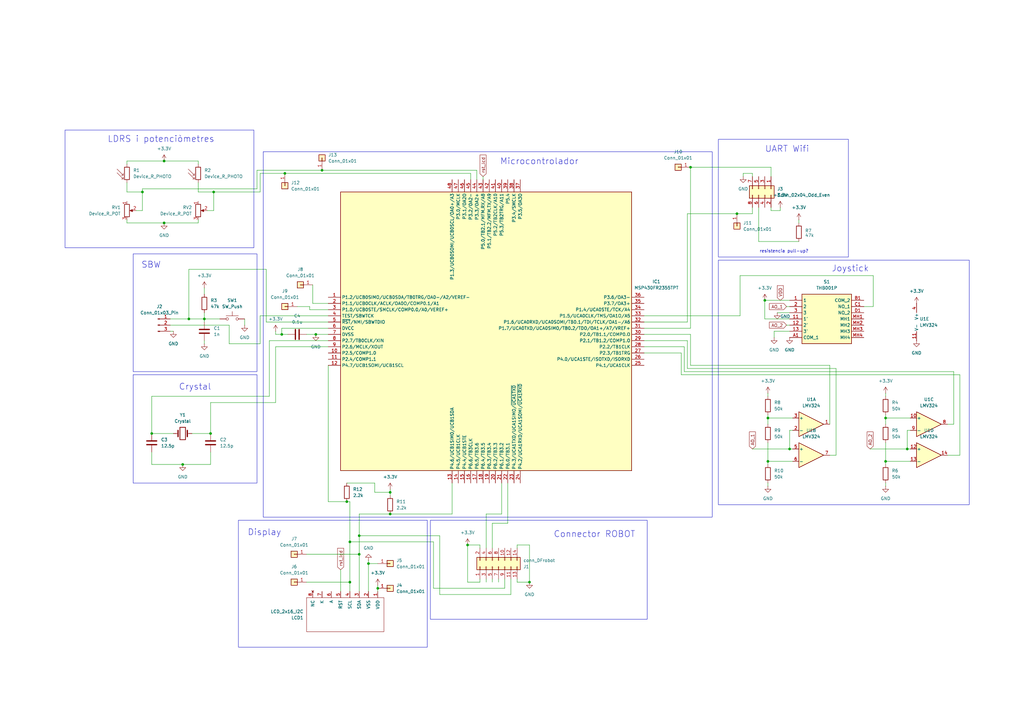
<source format=kicad_sch>
(kicad_sch (version 20250114) (generator "eeschema") (generator_version "9.0")
  (paper "A3")
  (title_block (title "Projecte MiSE") (company "Universitat de Barcelona") (comment 1 "Sergi Marsol Torrent"))
  (lib_symbols
    (symbol "Amplifier_Operational:LMV324" (pin_names (offset 0.127))
      (property "Reference" "U" (at 0 5.08 0))
      (property "Value" "LMV324" (at 0 -5.08 0))
      (symbol "LMV324_1_1"
        (pin input line (at -7.62 2.54 0) (length 2.54) (name "+") (number "3"))
        (pin input line (at -7.62 -2.54 0) (length 2.54) (name "-") (number "2"))
        (pin output line (at 7.62 0 180) (length 2.54) (name "~") (number "1"))
      )
      (symbol "LMV324_2_1"
        (pin input line (at -7.62 2.54 0) (length 2.54) (name "+") (number "5"))
        (pin input line (at -7.62 -2.54 0) (length 2.54) (name "-") (number "6"))
        (pin output line (at 7.62 0 180) (length 2.54) (name "~") (number "7"))
      )
      (symbol "LMV324_3_1"
        (pin input line (at -7.62 2.54 0) (length 2.54) (name "+") (number "10"))
        (pin input line (at -7.62 -2.54 0) (length 2.54) (name "-") (number "9"))
        (pin output line (at 7.62 0 180) (length 2.54) (name "~") (number "8"))
      )
      (symbol "LMV324_4_1"
        (pin input line (at -7.62 2.54 0) (length 2.54) (name "+") (number "12"))
        (pin input line (at -7.62 -2.54 0) (length 2.54) (name "-") (number "13"))
        (pin output line (at 7.62 0 180) (length 2.54) (name "~") (number "14"))
      )
      (symbol "LMV324_5_1"
        (pin power_in line (at -2.54 7.62 270) (length 3.81) (name "V+") (number "4"))
        (pin power_in line (at -2.54 -7.62 90) (length 3.81) (name "V-") (number "11"))
      )
    )
    (symbol "Connector:Conn_01x03_Pin" (pin_names (offset 1.016) (hide yes))
      (property "Reference" "J" (at 0 5.08 0))
      (property "Value" "Conn_01x03_Pin" (at 0 -5.08 0))
      (symbol "Conn_01x03_Pin_1_1"
        (pin passive line (at 5.08 2.54 180) (length 3.81) (name "Pin_1") (number "1"))
        (pin passive line (at 5.08 0 180) (length 3.81) (name "Pin_2") (number "2"))
        (pin passive line (at 5.08 -2.54 180) (length 3.81) (name "Pin_3") (number "3"))
      )
    )
    (symbol "Connector_Generic:Conn_01x01" (pin_names (offset 1.016) (hide yes))
      (property "Reference" "J" (at 0 2.54 0))
      (property "Value" "Conn_01x01" (at 0 -2.54 0))
      (symbol "Conn_01x01_1_1"
        (pin passive line (at -5.08 0 0) (length 3.81) (name "Pin_1") (number "1"))
      )
    )
    (symbol "Connector_Generic:Conn_02x04_Odd_Even" (pin_names (offset 1.016) (hide yes))
      (property "Reference" "J" (at 1.27 5.08 0))
      (property "Value" "Conn_02x04_Odd_Even" (at 1.27 -7.62 0))
      (symbol "Conn_02x04_Odd_Even_1_1"
        (pin passive line (at -5.08 2.54 0) (length 3.81) (name "Pin_1") (number "1"))
        (pin passive line (at -5.08 0 0) (length 3.81) (name "Pin_3") (number "3"))
        (pin passive line (at -5.08 -2.54 0) (length 3.81) (name "Pin_5") (number "5"))
        (pin passive line (at -5.08 -5.08 0) (length 3.81) (name "Pin_7") (number "7"))
        (pin passive line (at 7.62 2.54 180) (length 3.81) (name "Pin_2") (number "2"))
        (pin passive line (at 7.62 0 180) (length 3.81) (name "Pin_4") (number "4"))
        (pin passive line (at 7.62 -2.54 180) (length 3.81) (name "Pin_6") (number "6"))
        (pin passive line (at 7.62 -5.08 180) (length 3.81) (name "Pin_8") (number "8"))
      )
    )
    (symbol "Device:C" (pin_numbers (hide yes)) (pin_names (offset 0.254))
      (property "Reference" "C" (at 0.635 2.54 0))
      (property "Value" "C" (at 0.635 -2.54 0))
      (symbol "C_1_1"
        (pin passive line (at 0 3.81 270) (length 2.794) (name "~") (number "1"))
        (pin passive line (at 0 -3.81 90) (length 2.794) (name "~") (number "2"))
      )
    )
    (symbol "Device:Crystal" (pin_numbers (hide yes)) (pin_names (offset 1.016) (hide yes))
      (property "Reference" "Y" (at 0 3.81 0))
      (property "Value" "Crystal" (at 0 -3.81 0))
      (symbol "Crystal_1_1"
        (pin passive line (at -3.81 0 0) (length 1.27) (name "1") (number "1"))
        (pin passive line (at 3.81 0 180) (length 1.27) (name "2") (number "2"))
      )
    )
    (symbol "Device:R" (pin_numbers (hide yes)) (pin_names (offset 0))
      (property "Reference" "R" (at 2.032 0 90))
      (property "Value" "R" (at 0 0 90))
      (symbol "R_1_1"
        (pin passive line (at 0 3.81 270) (length 1.27) (name "~") (number "1"))
        (pin passive line (at 0 -3.81 90) (length 1.27) (name "~") (number "2"))
      )
    )
    (symbol "MiSE:LCD_2x16_I2C" (pin_names (offset 1.016))
      (property "Reference" "LCD" (at 2.54 -7.62 0))
      (property "Value" "LCD_2x16_I2C" (at 2.54 -11.43 0))
      (symbol "LCD_2x16_I2C_1_1"
        (pin power_in line (at -10.16 -22.86 90) (length 2.54) (name "VDD") (number "1"))
        (pin power_in line (at -6.35 -22.86 90) (length 2.54) (name "VSS") (number "2"))
        (pin bidirectional line (at -2.54 -22.86 90) (length 2.54) (name "SDA") (number "3"))
        (pin input line (at 1.27 -22.86 90) (length 2.54) (name "SCL") (number "4"))
        (pin input line (at 5.08 -22.86 90) (length 2.54) (name "RST") (number "5"))
        (pin power_in line (at 8.89 -22.86 90) (length 2.54) (name "A") (number "6"))
        (pin power_in line (at 12.7 -22.86 90) (length 2.54) (name "K") (number "7"))
        (pin no_connect line (at 16.51 -22.86 90) (length 2.54) (name "NC") (number "8"))
      )
    )
    (symbol "MiSE:MSP430FR2355TPT"
      (property "Reference" "IC" (at 125.73 48.26 0))
      (property "Value" "MSP430FR2355TPT" (at 125.73 45.72 0))
      (symbol "MSP430FR2355TPT_1_1"
        (pin passive line (at 0 0 0) (length 5.08) (name "P1.2/UCB0SIMO/UCB0SDA/TB0TRG/OA0-/A2/VEREF-") (number "1"))
        (pin passive line (at 0 -2.54 0) (length 5.08) (name "P1.1/UCB0CLK/ACLK/OA0O/COMP0.1/A1") (number "2"))
        (pin passive line (at 0 -5.08 0) (length 5.08) (name "P1.0/UCB0STE/SMCLK/COMP0.0/A0/VEREF+") (number "3"))
        (pin passive line (at 0 -7.62 0) (length 5.08) (name "TEST/SBWTCK") (number "4"))
        (pin passive line (at 0 -10.16 0) (length 5.08) (name "~{RST}/NMI/SBWTDIO") (number "5"))
        (pin passive line (at 0 -12.7 0) (length 5.08) (name "DVCC") (number "6"))
        (pin passive line (at 0 -15.24 0) (length 5.08) (name "DVSS") (number "7"))
        (pin passive line (at 0 -17.78 0) (length 5.08) (name "P2.7/TB0CLK/XIN") (number "8"))
        (pin passive line (at 0 -20.32 0) (length 5.08) (name "P2.6/MCLK/XOUT") (number "9"))
        (pin passive line (at 0 -22.86 0) (length 5.08) (name "P2.5/COMP1.0") (number "10"))
        (pin passive line (at 0 -25.4 0) (length 5.08) (name "P2.4/COMP1.1") (number "11"))
        (pin passive line (at 0 -27.94 0) (length 5.08) (name "P4.7/UCB1SOMI/UCB1SCL") (number "12"))
        (pin passive line (at 50.8 48.26 270) (length 5.08) (name "P1.3/UCB0SOMI/UCB0SCL/OA0+/A3") (number "48"))
        (pin passive line (at 50.8 -76.2 90) (length 5.08) (name "P4.6/UCB1SIMO/UCB1SDA") (number "13"))
        (pin passive line (at 53.34 48.26 270) (length 5.08) (name "P3.0/MCLK") (number "47"))
        (pin passive line (at 53.34 -76.2 90) (length 5.08) (name "P4.5/UCB1CLK") (number "14"))
        (pin passive line (at 55.88 48.26 270) (length 5.08) (name "P3.1/OA2O") (number "46"))
        (pin passive line (at 55.88 -76.2 90) (length 5.08) (name "P4.4/UCB1STE") (number "15"))
        (pin passive line (at 58.42 48.26 270) (length 5.08) (name "P3.2/OA2-") (number "45"))
        (pin passive line (at 58.42 -76.2 90) (length 5.08) (name "P6.6/TB3CLK") (number "16"))
        (pin passive line (at 60.96 48.26 270) (length 5.08) (name "P3.3/OA2+") (number "44"))
        (pin passive line (at 60.96 -76.2 90) (length 5.08) (name "P6.5/TB3.6") (number "17"))
        (pin passive line (at 63.5 48.26 270) (length 5.08) (name "P5.0/TB2.1/MFM.RX/A8") (number "43"))
        (pin passive line (at 63.5 -76.2 90) (length 5.08) (name "P6.4/TB3.5") (number "18"))
        (pin passive line (at 66.04 48.26 270) (length 5.08) (name "P5.1/TB2.2/MFM.TX/A9") (number "42"))
        (pin passive line (at 66.04 -76.2 90) (length 5.08) (name "P6.3/TB3.4") (number "19"))
        (pin passive line (at 68.58 48.26 270) (length 5.08) (name "P5.2/TB2CLK/A10") (number "41"))
        (pin passive line (at 68.58 -76.2 90) (length 5.08) (name "P6.2/TB3.3") (number "20"))
        (pin passive line (at 71.12 48.26 270) (length 5.08) (name "P5.3/TB2TRG/A11") (number "40"))
        (pin passive line (at 71.12 -76.2 90) (length 5.08) (name "P6.1/TB3.2") (number "21"))
        (pin passive line (at 73.66 48.26 270) (length 5.08) (name "P5.4") (number "39"))
        (pin passive line (at 73.66 -76.2 90) (length 5.08) (name "P6.0/TB3.1") (number "22"))
        (pin passive line (at 76.2 48.26 270) (length 5.08) (name "P3.4/SMCLK") (number "38"))
        (pin passive line (at 76.2 -76.2 90) (length 5.08) (name "P4.3/UCA1TXD/UCA1SIMO/~{UCA1TXD}") (number "23"))
        (pin passive line (at 78.74 48.26 270) (length 5.08) (name "P3.5/OA3O") (number "37"))
        (pin passive line (at 78.74 -76.2 90) (length 5.08) (name "P4.2/UCA1RXD/UCA1SOMI/~{UCA1RXD}") (number "24"))
        (pin passive line (at 129.54 0 180) (length 5.08) (name "P3.6/OA3-") (number "36"))
        (pin passive line (at 129.54 -2.54 180) (length 5.08) (name "P3.7/OA3+") (number "35"))
        (pin passive line (at 129.54 -5.08 180) (length 5.08) (name "P1.4/UCA0STE/TCK/A4") (number "34"))
        (pin passive line (at 129.54 -7.62 180) (length 5.08) (name "P1.5/UCA0CLK/TMS/OA1O/A5") (number "33"))
        (pin passive line (at 129.54 -10.16 180) (length 5.08) (name "P1.6/UCA0RXD/UCA0SOMI/TB0.1/TDI/TCLK/OA1-/A6") (number "32"))
        (pin passive line (at 129.54 -12.7 180) (length 5.08) (name "P1.7/UCA0TXD/UCA0SIMO/TB0.2/TDO/OA1+/A7/VREF+") (number "31"))
        (pin passive line (at 129.54 -15.24 180) (length 5.08) (name "P2.0/TB1.1/COMP0.O") (number "30"))
        (pin passive line (at 129.54 -17.78 180) (length 5.08) (name "P2.1/TB1.2/COMP1.O") (number "29"))
        (pin passive line (at 129.54 -20.32 180) (length 5.08) (name "P2.2/TB1CLK") (number "28"))
        (pin passive line (at 129.54 -22.86 180) (length 5.08) (name "P2.3/TB1TRG") (number "27"))
        (pin passive line (at 129.54 -25.4 180) (length 5.08) (name "P4.0/UCA1STE/ISOTXD/ISORXD") (number "26"))
        (pin passive line (at 129.54 -27.94 180) (length 5.08) (name "P4.1/UCA1CLK") (number "25"))
      )
    )
    (symbol "MiSE:R_PHOTO-Device" (pin_numbers (hide yes)) (pin_names (offset 0))
      (property "Reference" "R" (at 1.27 1.27 0))
      (property "Value" "Device_R_PHOTO" (at 1.27 0 0))
      (symbol "R_PHOTO-Device_1_1"
        (pin passive line (at 0 3.81 270) (length 1.27) (name "~") (number "1"))
        (pin passive line (at 0 -3.81 90) (length 1.27) (name "~") (number "2"))
      )
    )
    (symbol "MiSE:R_POT-Device" (pin_names (offset 1.016) (hide yes))
      (property "Reference" "RV" (at -4.445 0 90))
      (property "Value" "Device_R_POT" (at -2.54 0 90))
      (symbol "R_POT-Device_1_1"
        (pin passive line (at 0 3.81 270) (length 1.27) (name "1") (number "1"))
        (pin passive line (at 0 -3.81 90) (length 1.27) (name "3") (number "3"))
        (pin passive line (at 3.81 0 180) (length 1.27) (name "2") (number "2"))
      )
    )
    (symbol "MiSE:THB001P"
      (property "Reference" "S" (at 26.67 7.62 0))
      (property "Value" "THB001P" (at 26.67 5.08 0))
      (symbol "THB001P_1_1"
        (pin passive line (at 0 0 0) (length 5.08) (name "1") (number "1"))
        (pin passive line (at 0 -2.54 0) (length 5.08) (name "2") (number "2"))
        (pin passive line (at 0 -5.08 0) (length 5.08) (name "3") (number "3"))
        (pin passive line (at 0 -7.62 0) (length 5.08) (name "1'") (number "11"))
        (pin passive line (at 0 -10.16 0) (length 5.08) (name "2'") (number "12"))
        (pin passive line (at 0 -12.7 0) (length 5.08) (name "3'") (number "13"))
        (pin passive line (at 0 -15.24 0) (length 5.08) (name "COM_1") (number "A1"))
        (pin passive line (at 30.48 0 180) (length 5.08) (name "COM_2") (number "B1"))
        (pin passive line (at 30.48 -2.54 180) (length 5.08) (name "NO_1") (number "C1"))
        (pin passive line (at 30.48 -5.08 180) (length 5.08) (name "NO_2") (number "D1"))
        (pin passive line (at 30.48 -7.62 180) (length 5.08) (name "MH1") (number "MH1"))
        (pin passive line (at 30.48 -10.16 180) (length 5.08) (name "MH2") (number "MH2"))
        (pin passive line (at 30.48 -12.7 180) (length 5.08) (name "MH3") (number "MH3"))
        (pin passive line (at 30.48 -15.24 180) (length 5.08) (name "MH4") (number "MH4"))
      )
    )
    (symbol "MiSE:conn_DFrobot" (pin_names (offset 1.016) (hide yes))
      (property "Reference" "J" (at 1.27 10.16 0))
      (property "Value" "conn_DFrobot" (at 1.27 -10.16 0))
      (symbol "conn_DFrobot_1_1"
        (pin passive line (at -5.08 7.62 0) (length 3.81) (name "Pin_1") (number "1"))
        (pin passive line (at -5.08 5.08 0) (length 3.81) (name "Pin_3") (number "3"))
        (pin passive line (at -5.08 2.54 0) (length 3.81) (name "Pin_5") (number "5"))
        (pin passive line (at -5.08 0 0) (length 3.81) (name "Pin_7") (number "7"))
        (pin passive line (at -5.08 -2.54 0) (length 3.81) (name "Pin_9") (number "9"))
        (pin passive line (at -5.08 -5.08 0) (length 3.81) (name "Pin_11") (number "11"))
        (pin passive line (at -5.08 -7.62 0) (length 3.81) (name "Pin_13") (number "13"))
        (pin passive line (at 7.62 7.62 180) (length 3.81) (name "Pin_2") (number "2"))
        (pin passive line (at 7.62 5.08 180) (length 3.81) (name "Pin_4") (number "4"))
        (pin passive line (at 7.62 2.54 180) (length 3.81) (name "Pin_6") (number "6"))
        (pin passive line (at 7.62 0 180) (length 3.81) (name "Pin_8") (number "8"))
        (pin passive line (at 7.62 -2.54 180) (length 3.81) (name "Pin_10") (number "10"))
        (pin passive line (at 7.62 -5.08 180) (length 3.81) (name "Pin_12") (number "12"))
        (pin passive line (at 7.62 -7.62 180) (length 3.81) (name "Pin_14") (number "14"))
      )
    )
    (symbol "Switch:SW_Push" (pin_numbers (hide yes)) (pin_names (offset 1.016) (hide yes))
      (property "Reference" "SW" (at 1.27 2.54 0))
      (property "Value" "SW_Push" (at 0 -1.524 0))
      (symbol "SW_Push_0_1"
        (pin passive line (at -5.08 0 0) (length 2.54) (name "1") (number "1"))
        (pin passive line (at 5.08 0 180) (length 2.54) (name "2") (number "2"))
      )
    )
    (symbol "power:+3.3V" (power) (pin_numbers (hide yes)) (pin_names (offset 0) (hide yes))
      (property "Value" "+3.3V" (at 0 3.556 0))
      (symbol "+3.3V_1_1"
        (pin power_in line (at 0 0 90) (length 0) (name "~") (number "1"))
      )
    )
    (symbol "power:GND" (power) (pin_numbers (hide yes)) (pin_names (offset 0) (hide yes))
      (property "Value" "GND" (at 0 -3.81 0))
      (symbol "GND_1_1"
        (pin power_in line (at 0 0 270) (length 0) (name "~") (number "1"))
      )
    )
  )
  (rectangle (start 54.61 153.67) (end 105.41 198.12))
  (rectangle (start 294.64 57.15) (end 347.98 105.41))
  (rectangle (start 97.79 213.36) (end 175.26 265.43))
  (rectangle (start 26.67 53.34) (end 104.14 101.6))
  (rectangle (start 54.61 104.14) (end 105.41 152.4))
  (rectangle (start 176.53 213.36) (end 265.43 254))
  (rectangle (start 294.64 106.68) (end 397.51 207.01))
  (rectangle (start 107.95 62.23) (end 292.1 212.09))
  (text "UART Wifi" (at 322.834 61.214 0) (effects (font (size 2.54 2.54))))
  (text "Crystal" (at 80.01 158.75 0) (effects (font (size 2.54 2.54))))
  (text "Display\n" (at 108.458 218.44 0) (effects (font (size 2.54 2.54))))
  (text "SBW\n" (at 61.976 108.712 0) (effects (font (size 2.54 2.54))))
  (text "LDRS i potenciòmetres\n" (at 66.04 57.15 0) (effects (font (size 2.54 2.54))))
  (text "resistencia pull-up?" (at 321.564 103.124 0) (effects (font (size 1.27 1.27))))
  (text "Connector ROBOT\n" (at 243.84 219.202 0) (effects (font (size 2.54 2.54))))
  (text "Microcontrolador" (at 221.234 66.294 0) (effects (font (size 2.54 2.54))))
  (text "Joystick\n" (at 348.742 110.236 0) (effects (font (size 2.54 2.54))))
  (junction (at 147.32 219.71))
  (junction (at 302.26 87.63))
  (junction (at 372.11 184.15))
  (junction (at 67.31 91.44))
  (junction (at 74.93 190.5))
  (junction (at 77.47 130.81))
  (junction (at 154.94 241.3))
  (junction (at 129.54 137.16))
  (junction (at 160.02 210.82))
  (junction (at 58.42 78.74))
  (junction (at 132.08 69.85))
  (junction (at 115.57 137.16))
  (junction (at 283.21 68.58))
  (junction (at 116.84 71.12))
  (junction (at 160.02 201.93))
  (junction (at 83.82 130.81))
  (junction (at 191.77 223.52))
  (junction (at 217.17 238.76))
  (junction (at 86.36 177.8))
  (junction (at 67.31 66.04))
  (junction (at 363.22 171.45))
  (junction (at 313.69 123.19))
  (junction (at 87.63 78.74))
  (junction (at 62.23 177.8))
  (junction (at 142.24 205.74))
  (junction (at 314.96 171.45))
  (junction (at 323.85 184.15))
  (junction (at 143.51 222.25))
  (junction (at 147.32 227.33))
  (junction (at 363.22 189.23))
  (junction (at 151.13 231.14))
  (junction (at 143.51 238.76))
  (junction (at 314.96 189.23))
  (wire (pts (xy 86.36 165.1) (xy 86.36 177.8)))
  (wire (pts (xy 83.82 128.27) (xy 83.82 130.81)))
  (wire (pts (xy 77.47 110.49) (xy 77.47 130.81)))
  (wire (pts (xy 342.9 151.13) (xy 281.94 151.13)))
  (wire (pts (xy 105.41 77.47) (xy 58.42 77.47)))
  (wire (pts (xy 314.96 171.45) (xy 314.96 173.99)))
  (wire (pts (xy 314.96 170.18) (xy 314.96 171.45)))
  (wire (pts (xy 83.82 130.81) (xy 90.17 130.81)))
  (wire (pts (xy 363.22 181.61) (xy 363.22 189.23)))
  (wire (pts (xy 110.49 162.56) (xy 110.49 139.7)))
  (wire (pts (xy 208.28 214.63) (xy 208.28 198.12)))
  (wire (pts (xy 205.74 210.82) (xy 205.74 198.12)))
  (wire (pts (xy 281.94 132.08) (xy 264.16 132.08)))
  (wire (pts (xy 393.7 186.69) (xy 388.62 186.69)))
  (wire (pts (xy 303.53 113.03) (xy 303.53 129.54)))
  (wire (pts (xy 193.04 73.66) (xy 193.04 71.12)))
  (wire (pts (xy 132.08 69.85) (xy 105.41 69.85)))
  (wire (pts (xy 129.54 137.16) (xy 134.62 137.16)))
  (wire (pts (xy 185.42 198.12) (xy 185.42 210.82)))
  (wire (pts (xy 283.21 137.16) (xy 264.16 137.16)))
  (wire (pts (xy 363.22 189.23) (xy 373.38 189.23)))
  (wire (pts (xy 340.36 186.69) (xy 342.9 186.69)))
  (wire (pts (xy 391.16 152.4) (xy 280.67 152.4)))
  (wire (pts (xy 316.23 68.58) (xy 283.21 68.58)))
  (wire (pts (xy 204.47 238.76) (xy 204.47 237.49)))
  (wire (pts (xy 372.11 176.53) (xy 372.11 184.15)))
  (wire (pts (xy 58.42 77.47) (xy 58.42 78.74)))
  (wire (pts (xy 105.41 69.85) (xy 105.41 77.47)))
  (wire (pts (xy 142.24 205.74) (xy 134.62 205.74)))
  (wire (pts (xy 303.53 129.54) (xy 264.16 129.54)))
  (wire (pts (xy 127 127) (xy 127 125.73)))
  (wire (pts (xy 143.51 205.74) (xy 142.24 205.74)))
  (wire (pts (xy 322.58 125.73) (xy 323.85 125.73)))
  (wire (pts (xy 151.13 231.14) (xy 151.13 229.87)))
  (wire (pts (xy 115.57 134.62) (xy 115.57 137.16)))
  (wire (pts (xy 191.77 223.52) (xy 191.77 238.76)))
  (wire (pts (xy 281.94 151.13) (xy 281.94 139.7)))
  (wire (pts (xy 83.82 132.08) (xy 83.82 130.81)))
  (wire (pts (xy 264.16 144.78) (xy 279.4 144.78)))
  (wire (pts (xy 311.15 85.09) (xy 311.15 99.06)))
  (wire (pts (xy 83.82 118.11) (xy 83.82 120.65)))
  (wire (pts (xy 363.22 170.18) (xy 363.22 171.45)))
  (wire (pts (xy 153.67 198.12) (xy 153.67 201.93)))
  (wire (pts (xy 313.69 123.19) (xy 323.85 123.19)))
  (wire (pts (xy 363.22 171.45) (xy 363.22 173.99)))
  (wire (pts (xy 67.31 91.44) (xy 81.28 91.44)))
  (wire (pts (xy 302.26 87.63) (xy 281.94 87.63)))
  (wire (pts (xy 180.34 219.71) (xy 147.32 219.71)))
  (wire (pts (xy 147.32 210.82) (xy 147.32 219.71)))
  (wire (pts (xy 283.21 149.86) (xy 283.21 137.16)))
  (wire (pts (xy 198.12 72.39) (xy 198.12 73.66)))
  (wire (pts (xy 62.23 177.8) (xy 62.23 162.56)))
  (wire (pts (xy 316.23 86.36) (xy 320.04 86.36)))
  (wire (pts (xy 113.03 165.1) (xy 86.36 165.1)))
  (wire (pts (xy 308.61 72.39) (xy 308.61 71.12)))
  (wire (pts (xy 55.88 86.36) (xy 58.42 86.36)))
  (wire (pts (xy 109.22 110.49) (xy 109.22 132.08)))
  (wire (pts (xy 74.93 190.5) (xy 62.23 190.5)))
  (wire (pts (xy 86.36 190.5) (xy 74.93 190.5)))
  (wire (pts (xy 212.09 223.52) (xy 212.09 224.79)))
  (wire (pts (xy 304.8 71.12) (xy 304.8 72.39)))
  (wire (pts (xy 134.62 142.24) (xy 113.03 142.24)))
  (wire (pts (xy 342.9 186.69) (xy 342.9 151.13)))
  (wire (pts (xy 195.58 69.85) (xy 132.08 69.85)))
  (wire (pts (xy 153.67 201.93) (xy 160.02 201.93)))
  (wire (pts (xy 327.66 90.17) (xy 327.66 91.44)))
  (wire (pts (xy 207.01 241.3) (xy 177.8 241.3)))
  (wire (pts (xy 281.94 87.63) (xy 281.94 132.08)))
  (wire (pts (xy 125.73 238.76) (xy 143.51 238.76)))
  (wire (pts (xy 358.14 113.03) (xy 303.53 113.03)))
  (wire (pts (xy 311.15 99.06) (xy 327.66 99.06)))
  (wire (pts (xy 52.07 74.93) (xy 52.07 78.74)))
  (wire (pts (xy 143.51 238.76) (xy 143.51 242.57)))
  (wire (pts (xy 314.96 189.23) (xy 314.96 190.5)))
  (wire (pts (xy 199.39 238.76) (xy 199.39 237.49)))
  (wire (pts (xy 314.96 171.45) (xy 325.12 171.45)))
  (wire (pts (xy 308.61 71.12) (xy 304.8 71.12)))
  (wire (pts (xy 283.21 134.62) (xy 264.16 134.62)))
  (wire (pts (xy 212.09 238.76) (xy 217.17 238.76)))
  (wire (pts (xy 106.68 71.12) (xy 106.68 78.74)))
  (wire (pts (xy 281.94 139.7) (xy 264.16 139.7)))
  (wire (pts (xy 106.68 140.97) (xy 106.68 129.54)))
  (wire (pts (xy 314.96 181.61) (xy 314.96 189.23)))
  (wire (pts (xy 340.36 149.86) (xy 283.21 149.86)))
  (wire (pts (xy 279.4 144.78) (xy 279.4 153.67)))
  (wire (pts (xy 356.87 184.15) (xy 372.11 184.15)))
  (wire (pts (xy 81.28 74.93) (xy 81.28 78.74)))
  (wire (pts (xy 308.61 87.63) (xy 302.26 87.63)))
  (wire (pts (xy 154.94 241.3) (xy 154.94 240.03)))
  (wire (pts (xy 393.7 153.67) (xy 393.7 186.69)))
  (wire (pts (xy 134.62 127) (xy 127 127)))
  (wire (pts (xy 106.68 78.74) (xy 87.63 78.74)))
  (wire (pts (xy 196.85 237.49) (xy 196.85 238.76)))
  (wire (pts (xy 93.98 140.97) (xy 106.68 140.97)))
  (wire (pts (xy 363.22 171.45) (xy 373.38 171.45)))
  (wire (pts (xy 87.63 78.74) (xy 87.63 86.36)))
  (wire (pts (xy 160.02 210.82) (xy 147.32 210.82)))
  (wire (pts (xy 314.96 199.39) (xy 314.96 198.12)))
  (wire (pts (xy 201.93 214.63) (xy 208.28 214.63)))
  (wire (pts (xy 201.93 238.76) (xy 201.93 237.49)))
  (wire (pts (xy 195.58 69.85) (xy 195.58 73.66)))
  (wire (pts (xy 143.51 205.74) (xy 143.51 222.25)))
  (wire (pts (xy 62.23 190.5) (xy 62.23 185.42)))
  (wire (pts (xy 280.67 152.4) (xy 280.67 142.24)))
  (wire (pts (xy 180.34 243.84) (xy 180.34 219.71)))
  (wire (pts (xy 115.57 137.16) (xy 113.03 137.16)))
  (wire (pts (xy 317.5 138.43) (xy 317.5 135.89)))
  (wire (pts (xy 81.28 90.17) (xy 81.28 91.44)))
  (wire (pts (xy 372.11 184.15) (xy 373.38 184.15)))
  (wire (pts (xy 317.5 135.89) (xy 323.85 135.89)))
  (wire (pts (xy 160.02 200.66) (xy 160.02 201.93)))
  (wire (pts (xy 77.47 110.49) (xy 109.22 110.49)))
  (wire (pts (xy 100.33 130.81) (xy 100.33 133.35)))
  (wire (pts (xy 199.39 210.82) (xy 205.74 210.82)))
  (wire (pts (xy 93.98 133.35) (xy 93.98 140.97)))
  (wire (pts (xy 280.67 142.24) (xy 264.16 142.24)))
  (wire (pts (xy 391.16 173.99) (xy 391.16 152.4)))
  (wire (pts (xy 69.85 130.81) (xy 77.47 130.81)))
  (wire (pts (xy 283.21 68.58) (xy 283.21 134.62)))
  (wire (pts (xy 139.7 233.68) (xy 139.7 242.57)))
  (wire (pts (xy 316.23 85.09) (xy 316.23 86.36)))
  (wire (pts (xy 134.62 134.62) (xy 115.57 134.62)))
  (wire (pts (xy 113.03 142.24) (xy 113.03 165.1)))
  (wire (pts (xy 217.17 238.76) (xy 217.17 223.52)))
  (wire (pts (xy 67.31 66.04) (xy 81.28 66.04)))
  (wire (pts (xy 160.02 201.93) (xy 160.02 203.2)))
  (wire (pts (xy 199.39 210.82) (xy 199.39 224.79)))
  (wire (pts (xy 201.93 214.63) (xy 201.93 224.79)))
  (wire (pts (xy 62.23 162.56) (xy 110.49 162.56)))
  (wire (pts (xy 354.33 125.73) (xy 358.14 125.73)))
  (wire (pts (xy 106.68 129.54) (xy 134.62 129.54)))
  (wire (pts (xy 147.32 227.33) (xy 147.32 242.57)))
  (wire (pts (xy 52.07 91.44) (xy 67.31 91.44)))
  (wire (pts (xy 118.11 137.16) (xy 115.57 137.16)))
  (wire (pts (xy 314.96 189.23) (xy 325.12 189.23)))
  (wire (pts (xy 110.49 139.7) (xy 134.62 139.7)))
  (wire (pts (xy 151.13 242.57) (xy 151.13 231.14)))
  (wire (pts (xy 207.01 237.49) (xy 207.01 241.3)))
  (wire (pts (xy 323.85 184.15) (xy 325.12 184.15)))
  (wire (pts (xy 125.73 227.33) (xy 147.32 227.33)))
  (wire (pts (xy 318.77 128.27) (xy 323.85 128.27)))
  (wire (pts (xy 323.85 130.81) (xy 313.69 130.81)))
  (wire (pts (xy 127 125.73) (xy 121.92 125.73)))
  (wire (pts (xy 320.04 86.36) (xy 320.04 85.09)))
  (wire (pts (xy 358.14 125.73) (xy 358.14 113.03)))
  (wire (pts (xy 185.42 210.82) (xy 160.02 210.82)))
  (wire (pts (xy 52.07 66.04) (xy 52.07 67.31)))
  (wire (pts (xy 191.77 223.52) (xy 196.85 223.52)))
  (wire (pts (xy 81.28 78.74) (xy 87.63 78.74)))
  (wire (pts (xy 125.73 137.16) (xy 129.54 137.16)))
  (wire (pts (xy 314.96 161.29) (xy 314.96 162.56)))
  (wire (pts (xy 134.62 124.46) (xy 128.27 124.46)))
  (wire (pts (xy 373.38 176.53) (xy 372.11 176.53)))
  (wire (pts (xy 52.07 78.74) (xy 58.42 78.74)))
  (wire (pts (xy 62.23 177.8) (xy 71.12 177.8)))
  (wire (pts (xy 67.31 66.04) (xy 52.07 66.04)))
  (wire (pts (xy 363.22 189.23) (xy 363.22 190.5)))
  (wire (pts (xy 52.07 90.17) (xy 52.07 91.44)))
  (wire (pts (xy 316.23 68.58) (xy 316.23 72.39)))
  (wire (pts (xy 151.13 231.14) (xy 154.94 231.14)))
  (wire (pts (xy 212.09 237.49) (xy 212.09 238.76)))
  (wire (pts (xy 81.28 67.31) (xy 81.28 66.04)))
  (wire (pts (xy 340.36 173.99) (xy 340.36 149.86)))
  (wire (pts (xy 69.85 135.89) (xy 71.12 135.89)))
  (wire (pts (xy 388.62 173.99) (xy 391.16 173.99)))
  (wire (pts (xy 83.82 139.7) (xy 83.82 140.97)))
  (wire (pts (xy 193.04 71.12) (xy 116.84 71.12)))
  (wire (pts (xy 69.85 133.35) (xy 93.98 133.35)))
  (wire (pts (xy 154.94 242.57) (xy 154.94 241.3)))
  (wire (pts (xy 217.17 223.52) (xy 212.09 223.52)))
  (wire (pts (xy 134.62 205.74) (xy 134.62 149.86)))
  (wire (pts (xy 109.22 132.08) (xy 134.62 132.08)))
  (wire (pts (xy 78.74 177.8) (xy 86.36 177.8)))
  (wire (pts (xy 308.61 184.15) (xy 323.85 184.15)))
  (wire (pts (xy 85.09 86.36) (xy 87.63 86.36)))
  (wire (pts (xy 147.32 219.71) (xy 147.32 227.33)))
  (wire (pts (xy 143.51 222.25) (xy 143.51 238.76)))
  (wire (pts (xy 128.27 124.46) (xy 128.27 116.84)))
  (wire (pts (xy 313.69 130.81) (xy 313.69 123.19)))
  (wire (pts (xy 325.12 176.53) (xy 323.85 176.53)))
  (wire (pts (xy 113.03 137.16) (xy 113.03 135.89)))
  (wire (pts (xy 363.22 199.39) (xy 363.22 198.12)))
  (wire (pts (xy 116.84 71.12) (xy 106.68 71.12)))
  (wire (pts (xy 308.61 87.63) (xy 308.61 85.09)))
  (wire (pts (xy 58.42 78.74) (xy 58.42 86.36)))
  (wire (pts (xy 142.24 198.12) (xy 153.67 198.12)))
  (wire (pts (xy 177.8 241.3) (xy 177.8 222.25)))
  (wire (pts (xy 363.22 161.29) (xy 363.22 162.56)))
  (wire (pts (xy 196.85 238.76) (xy 191.77 238.76)))
  (wire (pts (xy 209.55 243.84) (xy 180.34 243.84)))
  (wire (pts (xy 209.55 243.84) (xy 209.55 237.49)))
  (wire (pts (xy 279.4 153.67) (xy 393.7 153.67)))
  (wire (pts (xy 77.47 130.81) (xy 83.82 130.81)))
  (wire (pts (xy 322.58 133.35) (xy 323.85 133.35)))
  (wire (pts (xy 177.8 222.25) (xy 143.51 222.25)))
  (wire (pts (xy 86.36 185.42) (xy 86.36 190.5)))
  (wire (pts (xy 196.85 224.79) (xy 196.85 223.52)))
  (wire (pts (xy 323.85 176.53) (xy 323.85 184.15)))
  (global_label "AO_1" (shape input) (at 322.58 125.73 180) (property "Intersheetrefs" "${INTERSHEET_REFS}" (effects (hide yes))))
  (global_label "rst_lcd" (shape input) (at 139.7 233.68 90) (property "Intersheetrefs" "${INTERSHEET_REFS}" (effects (hide yes))))
  (global_label "AO_2" (shape input) (at 322.58 133.35 180) (property "Intersheetrefs" "${INTERSHEET_REFS}" (effects (hide yes))))
  (global_label "VDD" (shape input) (at 320.04 123.19 90) (property "Intersheetrefs" "${INTERSHEET_REFS}" (effects (hide yes))))
  (global_label "AO_2" (shape input) (at 356.87 184.15 90) (property "Intersheetrefs" "${INTERSHEET_REFS}" (effects (hide yes))))
  (global_label "rst_lcd" (shape input) (at 198.12 72.39 90) (property "Intersheetrefs" "${INTERSHEET_REFS}" (effects (hide yes))))
  (global_label "AO_1" (shape input) (at 308.61 184.15 90) (property "Intersheetrefs" "${INTERSHEET_REFS}" (effects (hide yes))))
  (symbol (lib_id "power:+3.3V") (at 67.31 66.04 0) (unit 1)
    (property "Reference" "#PWR016" (effects (hide yes)))
    (property "Value" "+3.3V" (at 67.31 60.96 0))
    (property "Description" "Power symbol creates a global label with name \"+3.3V\"" (effects (hide yes)))
  )
  (symbol (lib_id "power:+3.3V") (at 83.82 118.11 0) (unit 1)
    (property "Reference" "#PWR02" (effects (hide yes)))
    (property "Value" "+3.3V" (at 83.82 113.03 0))
    (property "Description" "Power symbol creates a global label with name \"+3.3V\"" (effects (hide yes)))
  )
  (symbol (lib_id "power:+3.3V") (at 327.66 90.17 0) (unit 1)
    (property "Reference" "#PWR015" (effects (hide yes)))
    (property "Value" "+3.3V" (at 327.66 85.09 0))
    (property "Description" "Power symbol creates a global label with name \"+3.3V\"" (effects (hide yes)))
  )
  (symbol (lib_id "Amplifier_Operational:LMV324") (at 378.46 132.08 0) (unit 5)
    (property "Reference" "U1" (at 377.19 130.8099 0) (effects (justify left)))
    (property "Value" "LMV324" (at 377.19 133.3499 0) (effects (justify left)))
    (property "Footprint" "MiSE:SOIC127P600X175-14N" (effects (hide yes)))
    (property "Datasheet" "http://www.ti.com/lit/ds/symlink/lmv324.pdf" (effects (hide yes)))
    (property "Description" "Quad Low-Voltage Rail-to-Rail Output Operational Amplifier, SOIC-14/SSOP-14" (effects (hide yes)))
  )
  (symbol (lib_id "power:GND") (at 317.5 138.43 0) (unit 1)
    (property "Reference" "#PWR021" (effects (hide yes)))
    (property "Value" "GND" (at 317.5 143.51 0))
    (property "Description" "Power symbol creates a global label with name \"GND\" , ground" (effects (hide yes)))
  )
  (symbol (lib_id "Device:R") (at 160.02 207.01 0) (unit 1)
    (property "Reference" "R11" (at 162.56 205.7399 0) (effects (justify left)))
    (property "Value" "2.2k" (at 162.56 208.2799 0) (effects (justify left)))
    (property "Footprint" "Resistor_SMD:R_0805_2012Metric" (effects (hide yes)))
    (property "Description" "Resistor" (effects (hide yes)))
  )
  (symbol (lib_id "power:+3.3V") (at 363.22 161.29 0) (unit 1)
    (property "Reference" "#PWR07" (effects (hide yes)))
    (property "Value" "+3.3V" (at 363.22 156.21 0))
    (property "Description" "Power symbol creates a global label with name \"+3.3V\"" (effects (hide yes)))
  )
  (symbol (lib_id "Device:C") (at 62.23 181.61 0) (unit 1)
    (property "Reference" "C3" (at 66.04 180.3399 0) (effects (justify left)))
    (property "Value" "12.5p" (at 66.04 182.8799 0) (effects (justify left)))
    (property "Footprint" "Capacitor_SMD:C_0805_2012Metric" (effects (hide yes)))
    (property "Description" "Unpolarized capacitor" (effects (hide yes)))
  )
  (symbol (lib_id "Amplifier_Operational:LMV324") (at 381 173.99 0) (unit 3)
    (property "Reference" "U1" (at 381 163.83 0))
    (property "Value" "LMV324" (at 381 166.37 0))
    (property "Footprint" "MiSE:SOIC127P600X175-14N" (effects (hide yes)))
    (property "Datasheet" "http://www.ti.com/lit/ds/symlink/lmv324.pdf" (effects (hide yes)))
    (property "Description" "Quad Low-Voltage Rail-to-Rail Output Operational Amplifier, SOIC-14/SSOP-14" (effects (hide yes)))
  )
  (symbol (lib_id "MiSE:R_POT-Device") (at 52.07 86.36 0) (unit 1)
    (property "Reference" "RV1" (at 49.53 85.0899 0) (effects (justify right)))
    (property "Value" "Device_R_POT" (at 49.53 87.6299 0) (effects (justify right)))
    (property "Footprint" "MiSE:Trimmer_MiSE" (effects (hide yes)))
  )
  (symbol (lib_id "power:GND") (at 67.31 91.44 0) (unit 1)
    (property "Reference" "#PWR017" (effects (hide yes)))
    (property "Value" "GND" (at 67.31 96.52 0))
    (property "Description" "Power symbol creates a global label with name \"GND\" , ground" (effects (hide yes)))
  )
  (symbol (lib_id "Amplifier_Operational:LMV324") (at 381 186.69 0) (unit 4)
    (property "Reference" "U1" (at 381 176.53 0))
    (property "Value" "LMV324" (at 381 179.07 0))
    (property "Footprint" "MiSE:SOIC127P600X175-14N" (effects (hide yes)))
    (property "Datasheet" "http://www.ti.com/lit/ds/symlink/lmv324.pdf" (effects (hide yes)))
    (property "Description" "Quad Low-Voltage Rail-to-Rail Output Operational Amplifier, SOIC-14/SSOP-14" (effects (hide yes)))
  )
  (symbol (lib_id "power:GND") (at 83.82 140.97 0) (unit 1)
    (property "Reference" "#PWR04" (effects (hide yes)))
    (property "Value" "GND" (at 83.82 146.05 0))
    (property "Description" "Power symbol creates a global label with name \"GND\" , ground" (effects (hide yes)))
  )
  (symbol (lib_id "Connector_Generic:Conn_01x01") (at 160.02 241.3 0) (unit 1)
    (property "Reference" "J4" (at 162.56 240.0299 0) (effects (justify left)))
    (property "Value" "Conn_01x01" (at 162.56 242.5699 0) (effects (justify left)))
    (property "Footprint" "Connector_PinHeader_2.54mm:PinHeader_1x01_P2.54mm_Vertical" (effects (hide yes)))
    (property "Description" "Generic connector, single row, 01x01, script generated (kicad-library-utils/schlib/autogen/connector/)" (effects (hide yes)))
  )
  (symbol (lib_id "power:+3.3V") (at 320.04 85.09 0) (unit 1)
    (property "Reference" "#PWR014" (effects (hide yes)))
    (property "Value" "+3.3V" (at 320.04 80.01 0))
    (property "Description" "Power symbol creates a global label with name \"+3.3V\"" (effects (hide yes)))
  )
  (symbol (lib_id "power:+3.3V") (at 160.02 200.66 0) (unit 1)
    (property "Reference" "#PWR011" (effects (hide yes)))
    (property "Value" "+3.3V" (at 160.02 195.58 0))
    (property "Description" "Power symbol creates a global label with name \"+3.3V\"" (effects (hide yes)))
  )
  (symbol (lib_id "power:GND") (at 314.96 199.39 0) (unit 1)
    (property "Reference" "#PWR020" (effects (hide yes)))
    (property "Value" "GND" (at 314.96 204.47 0))
    (property "Description" "Power symbol creates a global label with name \"GND\" , ground" (effects (hide yes)))
  )
  (symbol (lib_id "Connector_Generic:Conn_01x01") (at 132.08 64.77 90) (unit 1)
    (property "Reference" "J13" (at 134.62 63.4999 90) (effects (justify right)))
    (property "Value" "Conn_01x01" (at 134.62 66.0399 90) (effects (justify right)))
    (property "Footprint" "Connector_PinHeader_2.54mm:PinHeader_1x01_P2.54mm_Vertical" (effects (hide yes)))
    (property "Description" "Generic connector, single row, 01x01, script generated (kicad-library-utils/schlib/autogen/connector/)" (effects (hide yes)))
  )
  (symbol (lib_id "power:+3.3V") (at 154.94 240.03 0) (unit 1)
    (property "Reference" "#PWR09" (effects (hide yes)))
    (property "Value" "+3.3V" (at 154.94 234.95 0))
    (property "Description" "Power symbol creates a global label with name \"+3.3V\"" (effects (hide yes)))
  )
  (symbol (lib_id "Device:R") (at 363.22 194.31 0) (unit 1)
    (property "Reference" "R6" (at 365.76 193.0399 0) (effects (justify left)))
    (property "Value" "50k" (at 365.76 195.5799 0) (effects (justify left)))
    (property "Footprint" "Resistor_SMD:R_0805_2012Metric" (effects (hide yes)))
    (property "Description" "Resistor" (effects (hide yes)))
  )
  (symbol (lib_id "MiSE:LCD_2x16_I2C") (at 144.78 265.43 180) (unit 1)
    (property "Reference" "LCD1" (at 124.46 253.3651 0) (effects (justify left)))
    (property "Value" "LCD_2x16_I2C" (at 124.46 250.8251 0) (effects (justify left)))
    (property "Footprint" "MiSE:LCD_2x16_I2C(Midas)" (effects (hide yes)))
  )
  (symbol (lib_id "MiSE:conn_DFrobot") (at 204.47 232.41 90) (unit 1)
    (property "Reference" "J1" (at 214.63 232.4101 90) (effects (justify right)))
    (property "Value" "conn_DFrobot" (at 214.63 229.8701 90) (effects (justify right)))
    (property "Footprint" "MiSE:conn_DFrobot" (effects (hide yes)))
    (property "Description" "Generic connector, double row, 02x07, odd/even pin numbering scheme (row 1 odd numbers, row 2 even numbers), script generated (kicad-library-utils/schlib/autogen/connector/)" (effects (hide yes)))
  )
  (symbol (lib_id "power:+3.3V") (at 113.03 135.89 0) (unit 1)
    (property "Reference" "#PWR025" (effects (hide yes)))
    (property "Value" "+3.3V" (at 113.03 130.81 0))
    (property "Description" "Power symbol creates a global label with name \"+3.3V\"" (effects (hide yes)))
  )
  (symbol (lib_id "Switch:SW_Push") (at 95.25 130.81 0) (unit 1)
    (property "Reference" "SW1" (at 95.25 123.19 0))
    (property "Value" "SW_Push" (at 95.25 125.73 0))
    (property "Footprint" "Button_Switch_THT:SW_PUSH_6mm_H4.3mm" (effects (hide yes)))
    (property "Description" "Push button switch, generic, two pins" (effects (hide yes)))
  )
  (symbol (lib_id "Device:C") (at 83.82 135.89 0) (unit 1)
    (property "Reference" "C1" (at 87.63 134.6199 0) (effects (justify left)))
    (property "Value" "1n" (at 87.63 137.1599 0) (effects (justify left)))
    (property "Footprint" "Capacitor_SMD:C_0805_2012Metric" (effects (hide yes)))
    (property "Description" "Unpolarized capacitor" (effects (hide yes)))
  )
  (symbol (lib_id "Connector_Generic:Conn_02x04_Odd_Even") (at 313.69 77.47 270) (unit 1)
    (property "Reference" "J3" (at 318.77 77.4699 90) (effects (justify left)))
    (property "Value" "Conn_02x04_Odd_Even" (at 318.77 80.0099 90) (effects (justify left)))
    (property "Footprint" "Connector_PinHeader_2.54mm:PinHeader_2x04_P2.54mm_Vertical" (effects (hide yes)))
    (property "Description" "Generic connector, double row, 02x04, odd/even pin numbering scheme (row 1 odd numbers, row 2 even numbers), script generated (kicad-library-utils/schlib/autogen/connector/)" (effects (hide yes)))
  )
  (symbol (lib_id "MiSE:MSP430FR2355TPT") (at 134.62 121.92 0) (unit 1)
    (property "Reference" "IC1" (at 269.24 115.4998 0))
    (property "Value" "MSP430FR2355TPT" (at 269.24 118.0398 0))
    (property "Footprint" "MiSE:QFP50P900X900X160-48N" (effects (hide yes)))
    (property "Datasheet" "https://datasheet.datasheetarchive.com/originals/distributors/DKDS41/DSANUWW0029426.pdf" (effects (hide yes)))
    (property "Description" "16-bit Microcontrollers - MCU 24MHz 105C ULP Microcontroller With 32 KB FRAM, 4 KB SRAM, 44 IO, 12-bit ADC, 12-bit DACs, OpAmp/PGA 48-LQFP -40 to 105" (effects (hide yes)))
    (property "Height" "1.6" (effects (hide yes)))
    (property "Manufacturer_Name" "Texas Instruments" (effects (hide yes)))
    (property "Manufacturer_Part_Number" "MSP430FR2355TPT" (effects (hide yes)))
    (property "Mouser Part Number" "595-MSP430FR2355TPT" (effects (hide yes)))
    (property "Mouser Price/Stock" "https://www.mouser.co.uk/ProductDetail/Texas-Instruments/MSP430FR2355TPT?qs=gTYE2QTfZfTjQOKK%2F%2Fw59A%3D%3D" (effects (hide yes)))
    (property "Arrow Part Number" "MSP430FR2355TPT" (effects (hide yes)))
    (property "Arrow Price/Stock" "https://www.arrow.com/en/products/msp430fr2355tpt/texas-instruments?region=nac" (effects (hide yes)))
  )
  (symbol (lib_id "Connector_Generic:Conn_01x01") (at 116.84 125.73 180) (unit 1)
    (property "Reference" "J9" (at 116.84 119.38 0))
    (property "Value" "Conn_01x01" (at 116.84 121.92 0))
    (property "Footprint" "Connector_PinHeader_2.54mm:PinHeader_1x01_P2.54mm_Vertical" (effects (hide yes)))
    (property "Description" "Generic connector, single row, 01x01, script generated (kicad-library-utils/schlib/autogen/connector/)" (effects (hide yes)))
  )
  (symbol (lib_id "power:GND") (at 74.93 190.5 0) (unit 1)
    (property "Reference" "#PWR018" (effects (hide yes)))
    (property "Value" "GND" (at 74.93 195.58 0))
    (property "Description" "Power symbol creates a global label with name \"GND\" , ground" (effects (hide yes)))
  )
  (symbol (lib_id "Device:C") (at 86.36 181.61 0) (unit 1)
    (property "Reference" "C2" (at 90.17 180.3399 0) (effects (justify left)))
    (property "Value" "12.5p" (at 90.17 182.8799 0) (effects (justify left)))
    (property "Footprint" "Capacitor_SMD:C_0805_2012Metric" (effects (hide yes)))
    (property "Description" "Unpolarized capacitor" (effects (hide yes)))
  )
  (symbol (lib_id "Device:C") (at 121.92 137.16 90) (unit 1)
    (property "Reference" "C4" (at 121.92 129.54 90))
    (property "Value" "0.1u" (at 121.92 132.08 90))
    (property "Footprint" "Capacitor_SMD:C_0805_2012Metric" (effects (hide yes)))
    (property "Description" "Unpolarized capacitor" (effects (hide yes)))
  )
  (symbol (lib_id "power:+3.3V") (at 314.96 161.29 0) (unit 1)
    (property "Reference" "#PWR019" (effects (hide yes)))
    (property "Value" "+3.3V" (at 314.96 156.21 0))
    (property "Description" "Power symbol creates a global label with name \"+3.3V\"" (effects (hide yes)))
  )
  (symbol (lib_id "Connector_Generic:Conn_01x01") (at 302.26 92.71 270) (unit 1)
    (property "Reference" "J11" (at 304.8 91.4399 90) (effects (justify left)))
    (property "Value" "Conn_01x01" (at 304.8 93.9799 90) (effects (justify left)))
    (property "Footprint" "Connector_PinHeader_2.54mm:PinHeader_1x01_P2.54mm_Vertical" (effects (hide yes)))
    (property "Description" "Generic connector, single row, 01x01, script generated (kicad-library-utils/schlib/autogen/connector/)" (effects (hide yes)))
  )
  (symbol (lib_id "Connector_Generic:Conn_01x01") (at 278.13 68.58 180) (unit 1)
    (property "Reference" "J10" (at 278.13 62.23 0))
    (property "Value" "Conn_01x01" (at 278.13 64.77 0))
    (property "Footprint" "Connector_PinHeader_2.54mm:PinHeader_1x01_P2.54mm_Vertical" (effects (hide yes)))
    (property "Description" "Generic connector, single row, 01x01, script generated (kicad-library-utils/schlib/autogen/connector/)" (effects (hide yes)))
  )
  (symbol (lib_id "power:GND") (at 129.54 137.16 0) (unit 1)
    (property "Reference" "#PWR024" (effects (hide yes)))
    (property "Value" "GND" (at 129.54 142.24 0))
    (property "Description" "Power symbol creates a global label with name \"GND\" , ground" (effects (hide yes)))
  )
  (symbol (lib_id "power:GND") (at 71.12 135.89 0) (unit 1)
    (property "Reference" "#PWR06" (effects (hide yes)))
    (property "Value" "GND" (at 71.12 140.97 0))
    (property "Description" "Power symbol creates a global label with name \"GND\" , ground" (effects (hide yes)))
  )
  (symbol (lib_id "Device:R") (at 314.96 166.37 0) (unit 1)
    (property "Reference" "R8" (at 317.5 165.0999 0) (effects (justify left)))
    (property "Value" "50k" (at 317.5 167.6399 0) (effects (justify left)))
    (property "Footprint" "Resistor_SMD:R_0805_2012Metric" (effects (hide yes)))
    (property "Description" "Resistor" (effects (hide yes)))
  )
  (symbol (lib_id "Device:R") (at 142.24 201.93 0) (unit 1)
    (property "Reference" "R12" (at 144.78 200.6599 0) (effects (justify left)))
    (property "Value" "2.2k" (at 144.78 203.1999 0) (effects (justify left)))
    (property "Footprint" "Resistor_SMD:R_0805_2012Metric" (effects (hide yes)))
    (property "Description" "Resistor" (effects (hide yes)))
  )
  (symbol (lib_id "Amplifier_Operational:LMV324") (at 332.74 186.69 0) (unit 2)
    (property "Reference" "U1" (at 332.74 176.53 0))
    (property "Value" "LMV324" (at 332.74 179.07 0))
    (property "Footprint" "MiSE:SOIC127P600X175-14N" (effects (hide yes)))
    (property "Datasheet" "http://www.ti.com/lit/ds/symlink/lmv324.pdf" (effects (hide yes)))
    (property "Description" "Quad Low-Voltage Rail-to-Rail Output Operational Amplifier, SOIC-14/SSOP-14" (effects (hide yes)))
  )
  (symbol (lib_id "Device:R") (at 314.96 177.8 0) (unit 1)
    (property "Reference" "R9" (at 317.5 176.5299 0) (effects (justify left)))
    (property "Value" "50k" (at 317.5 179.0699 0) (effects (justify left)))
    (property "Footprint" "Resistor_SMD:R_0805_2012Metric" (effects (hide yes)))
    (property "Description" "Resistor" (effects (hide yes)))
  )
  (symbol (lib_id "Connector:Conn_01x03_Pin") (at 64.77 133.35 0) (unit 1)
    (property "Reference" "J2" (at 65.405 125.73 0))
    (property "Value" "Conn_01x03_Pin" (at 65.405 128.27 0))
    (property "Footprint" "Connector_PinHeader_2.54mm:PinHeader_1x03_P2.54mm_Vertical" (effects (hide yes)))
    (property "Description" "Generic connector, single row, 01x03, script generated" (effects (hide yes)))
  )
  (symbol (lib_id "Connector_Generic:Conn_01x01") (at 120.65 227.33 180) (unit 1)
    (property "Reference" "J7" (at 120.65 220.98 0))
    (property "Value" "Conn_01x01" (at 120.65 223.52 0))
    (property "Footprint" "Connector_PinHeader_2.54mm:PinHeader_1x01_P2.54mm_Vertical" (effects (hide yes)))
    (property "Description" "Generic connector, single row, 01x01, script generated (kicad-library-utils/schlib/autogen/connector/)" (effects (hide yes)))
  )
  (symbol (lib_id "power:+3.3V") (at 313.69 123.19 0) (unit 1)
    (property "Reference" "#PWR023" (effects (hide yes)))
    (property "Value" "+3.3V" (at 313.69 118.11 0))
    (property "Description" "Power symbol creates a global label with name \"+3.3V\"" (effects (hide yes)))
  )
  (symbol (lib_id "Connector_Generic:Conn_01x01") (at 116.84 76.2 270) (unit 1)
    (property "Reference" "J12" (at 119.38 74.9299 90) (effects (justify left)))
    (property "Value" "Conn_01x01" (at 119.38 77.4699 90) (effects (justify left)))
    (property "Footprint" "Connector_PinHeader_2.54mm:PinHeader_1x01_P2.54mm_Vertical" (effects (hide yes)))
    (property "Description" "Generic connector, single row, 01x01, script generated (kicad-library-utils/schlib/autogen/connector/)" (effects (hide yes)))
  )
  (symbol (lib_id "MiSE:R_POT-Device") (at 81.28 86.36 0) (unit 1)
    (property "Reference" "RV2" (at 78.74 85.0899 0) (effects (justify right)))
    (property "Value" "Device_R_POT" (at 78.74 87.6299 0) (effects (justify right)))
    (property "Footprint" "MiSE:Trimmer_MiSE" (effects (hide yes)))
  )
  (symbol (lib_id "Device:R") (at 363.22 166.37 0) (unit 1)
    (property "Reference" "R4" (at 365.76 165.0999 0) (effects (justify left)))
    (property "Value" "50k" (at 365.76 167.6399 0) (effects (justify left)))
    (property "Footprint" "Resistor_SMD:R_0805_2012Metric" (effects (hide yes)))
    (property "Description" "Resistor" (effects (hide yes)))
  )
  (symbol (lib_id "power:GND") (at 217.17 238.76 0) (unit 1)
    (property "Reference" "#PWR012" (effects (hide yes)))
    (property "Value" "GND" (at 217.17 243.84 0))
    (property "Description" "Power symbol creates a global label with name \"GND\" , ground" (effects (hide yes)))
  )
  (symbol (lib_id "Device:R") (at 314.96 194.31 0) (unit 1)
    (property "Reference" "R10" (at 317.5 193.0399 0) (effects (justify left)))
    (property "Value" "50k" (at 317.5 195.5799 0) (effects (justify left)))
    (property "Footprint" "Resistor_SMD:R_0805_2012Metric" (effects (hide yes)))
    (property "Description" "Resistor" (effects (hide yes)))
  )
  (symbol (lib_id "MiSE:THB001P") (at 323.85 123.19 0) (unit 1)
    (property "Reference" "S1" (at 339.09 115.57 0))
    (property "Value" "THB001P" (at 339.09 118.11 0))
    (property "Footprint" "MiSE:THB001P" (effects (hide yes)))
    (property "Datasheet" "https://www.ckswitches.com/media/2873/thb.pdf" (effects (hide yes)))
    (property "Description" "THUMBSTICK, 0.05A, 12VDC, 2 AXIS, PCB; No. of Axes:2; Track Resistance:10kohm; Supply Voltage Max:-; No. of Switch Positions:-; Contact Current AC Max:-; Contact Voltage AC Max:50V; Rotation Electrical Angle:36" (effects (hide yes)))
    (property "Height" "19.85" (effects (hide yes)))
    (property "Manufacturer_Name" "C & K COMPONENTS" (effects (hide yes)))
    (property "Manufacturer_Part_Number" "THB001P" (effects (hide yes)))
    (property "Mouser Part Number" "611-THB001P" (effects (hide yes)))
    (property "Mouser Price/Stock" "https://www.mouser.co.uk/ProductDetail/CK/THB001P?qs=OlC7AqGiEDlMaVQ%2FEBrivA%3D%3D" (effects (hide yes)))
    (property "Arrow Part Number" "THB001P" (effects (hide yes)))
    (property "Arrow Price/Stock" "https://www.arrow.com/en/products/thb001p/ck?region=nac" (effects (hide yes)))
  )
  (symbol (lib_id "Connector_Generic:Conn_01x01") (at 160.02 231.14 0) (unit 1)
    (property "Reference" "J5" (at 162.56 229.8699 0) (effects (justify left)))
    (property "Value" "Conn_01x01" (at 162.56 232.4099 0) (effects (justify left)))
    (property "Footprint" "Connector_PinHeader_2.54mm:PinHeader_1x01_P2.54mm_Vertical" (effects (hide yes)))
    (property "Description" "Generic connector, single row, 01x01, script generated (kicad-library-utils/schlib/autogen/connector/)" (effects (hide yes)))
  )
  (symbol (lib_id "Device:R") (at 327.66 95.25 0) (unit 1)
    (property "Reference" "R7" (at 330.2 94.6149 0) (effects (justify left)))
    (property "Value" "47k" (at 330.2 96.52 0) (effects (justify left)))
    (property "Footprint" "Resistor_SMD:R_0805_2012Metric" (effects (hide yes)))
    (property "Description" "Resistor" (effects (hide yes)))
  )
  (symbol (lib_id "power:+3.3V") (at 375.92 124.46 0) (unit 1)
    (property "Reference" "#PWR027" (effects (hide yes)))
    (property "Value" "+3.3V" (at 375.92 119.38 0))
    (property "Description" "Power symbol creates a global label with name \"+3.3V\"" (effects (hide yes)))
  )
  (symbol (lib_id "Device:R") (at 83.82 124.46 0) (unit 1)
    (property "Reference" "R3" (at 86.36 123.1899 0) (effects (justify left)))
    (property "Value" "47k" (at 86.36 125.7299 0) (effects (justify left)))
    (property "Footprint" "Resistor_SMD:R_0805_2012Metric" (effects (hide yes)))
    (property "Description" "Resistor" (effects (hide yes)))
  )
  (symbol (lib_id "power:GND") (at 151.13 229.87 180) (unit 1)
    (property "Reference" "#PWR010" (effects (hide yes)))
    (property "Value" "GND" (at 151.13 224.79 0))
    (property "Description" "Power symbol creates a global label with name \"GND\" , ground" (effects (hide yes)))
  )
  (symbol (lib_id "Device:Crystal") (at 74.93 177.8 0) (unit 1)
    (property "Reference" "Y1" (at 74.93 170.18 0))
    (property "Value" "Crystal" (at 74.93 172.72 0))
    (property "Footprint" "MiSE:XTAL_ECS-.327-8-14" (effects (hide yes)))
    (property "Description" "Two pin crystal" (effects (hide yes)))
  )
  (symbol (lib_id "power:GND") (at 100.33 133.35 0) (unit 1)
    (property "Reference" "#PWR05" (effects (hide yes)))
    (property "Value" "GND" (at 100.33 138.43 0))
    (property "Description" "Power symbol creates a global label with name \"GND\" , ground" (effects (hide yes)))
  )
  (symbol (lib_id "power:GND") (at 363.22 199.39 0) (unit 1)
    (property "Reference" "#PWR08" (effects (hide yes)))
    (property "Value" "GND" (at 363.22 204.47 0))
    (property "Description" "Power symbol creates a global label with name \"GND\" , ground" (effects (hide yes)))
  )
  (symbol (lib_id "Device:R") (at 363.22 177.8 0) (unit 1)
    (property "Reference" "R5" (at 365.76 176.5299 0) (effects (justify left)))
    (property "Value" "50k" (at 365.76 179.0699 0) (effects (justify left)))
    (property "Footprint" "Resistor_SMD:R_0805_2012Metric" (effects (hide yes)))
    (property "Description" "Resistor" (effects (hide yes)))
  )
  (symbol (lib_id "Connector_Generic:Conn_01x01") (at 123.19 116.84 180) (unit 1)
    (property "Reference" "J8" (at 123.19 110.49 0))
    (property "Value" "Conn_01x01" (at 123.19 113.03 0))
    (property "Footprint" "Connector_PinHeader_2.54mm:PinHeader_1x01_P2.54mm_Vertical" (effects (hide yes)))
    (property "Description" "Generic connector, single row, 01x01, script generated (kicad-library-utils/schlib/autogen/connector/)" (effects (hide yes)))
  )
  (symbol (lib_id "power:+3.3V") (at 191.77 223.52 0) (unit 1)
    (property "Reference" "#PWR026" (effects (hide yes)))
    (property "Value" "+3.3V" (at 191.77 218.44 0))
    (property "Description" "Power symbol creates a global label with name \"+3.3V\"" (effects (hide yes)))
  )
  (symbol (lib_id "power:GND") (at 323.85 138.43 0) (unit 1)
    (property "Reference" "#PWR029" (effects (hide yes)))
    (property "Value" "GND" (at 323.85 143.51 0))
    (property "Description" "Power symbol creates a global label with name \"GND\" , ground" (effects (hide yes)))
  )
  (symbol (lib_id "Amplifier_Operational:LMV324") (at 332.74 173.99 0) (unit 1)
    (property "Reference" "U1" (at 332.74 163.83 0))
    (property "Value" "LMV324" (at 332.74 166.37 0))
    (property "Footprint" "MiSE:SOIC127P600X175-14N" (effects (hide yes)))
    (property "Datasheet" "http://www.ti.com/lit/ds/symlink/lmv324.pdf" (effects (hide yes)))
    (property "Description" "Quad Low-Voltage Rail-to-Rail Output Operational Amplifier, SOIC-14/SSOP-14" (effects (hide yes)))
  )
  (symbol (lib_id "power:GND") (at 318.77 128.27 0) (unit 1)
    (property "Reference" "#PWR022" (effects (hide yes)))
    (property "Value" "GND" (at 322.072 129.794 0))
    (property "Description" "Power symbol creates a global label with name \"GND\" , ground" (effects (hide yes)))
  )
  (symbol (lib_id "power:GND") (at 304.8 72.39 0) (unit 1)
    (property "Reference" "#PWR013" (effects (hide yes)))
    (property "Value" "GND" (at 304.8 77.47 0))
    (property "Description" "Power symbol creates a global label with name \"GND\" , ground" (effects (hide yes)))
  )
  (symbol (lib_id "Connector_Generic:Conn_01x01") (at 120.65 238.76 180) (unit 1)
    (property "Reference" "J6" (at 120.65 232.41 0))
    (property "Value" "Conn_01x01" (at 120.65 234.95 0))
    (property "Footprint" "Connector_PinHeader_2.54mm:PinHeader_1x01_P2.54mm_Vertical" (effects (hide yes)))
    (property "Description" "Generic connector, single row, 01x01, script generated (kicad-library-utils/schlib/autogen/connector/)" (effects (hide yes)))
  )
  (symbol (lib_id "MiSE:R_PHOTO-Device") (at 52.07 71.12 0) (unit 1)
    (property "Reference" "R1" (at 54.61 69.8499 0) (effects (justify left)))
    (property "Value" "Device_R_PHOTO" (at 54.61 72.3899 0) (effects (justify left)))
    (property "Footprint" "MiSE:LDR" (effects (hide yes)))
  )
  (symbol (lib_id "power:GND") (at 375.92 139.7 0) (unit 1)
    (property "Reference" "#PWR028" (effects (hide yes)))
    (property "Value" "GND" (at 375.92 144.78 0))
    (property "Description" "Power symbol creates a global label with name \"GND\" , ground" (effects (hide yes)))
  )
  (symbol (lib_id "MiSE:R_PHOTO-Device") (at 81.28 71.12 0) (unit 1)
    (property "Reference" "R2" (at 83.82 69.8499 0) (effects (justify left)))
    (property "Value" "Device_R_PHOTO" (at 83.82 72.3899 0) (effects (justify left)))
    (property "Footprint" "MiSE:LDR" (effects (hide yes)))
  )
)
</source>
